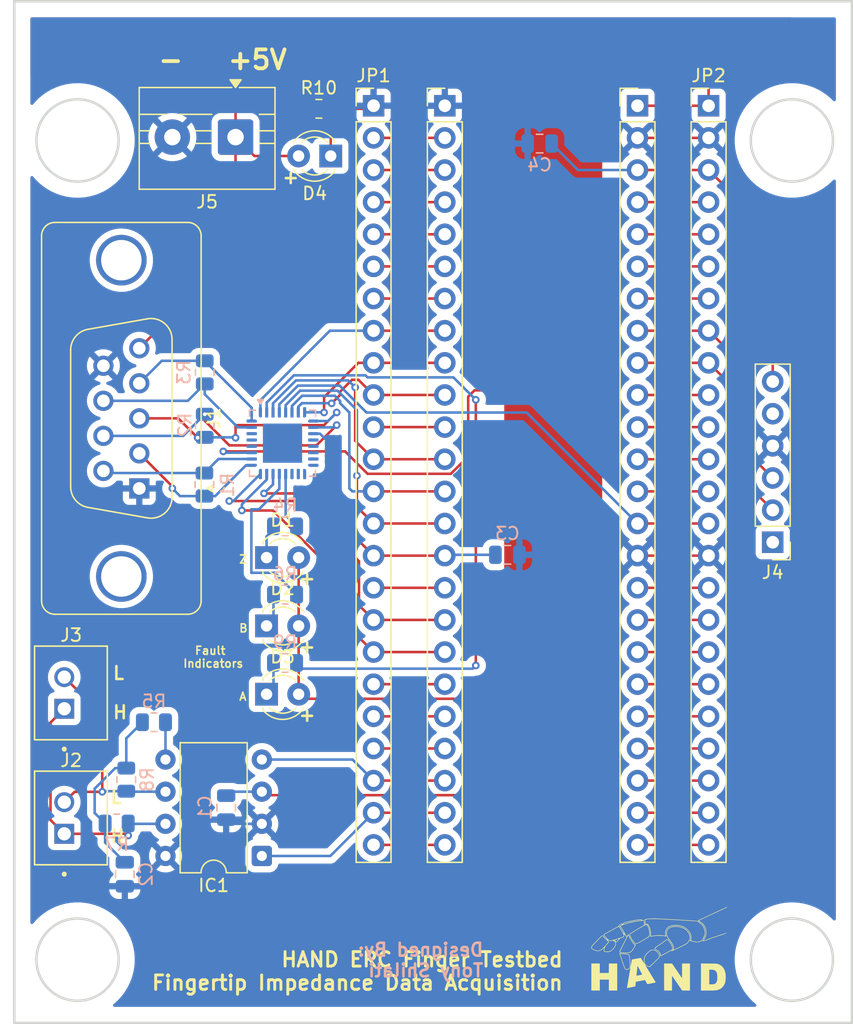
<source format=kicad_pcb>
(kicad_pcb (version 20241229) (generator "pcbnew") (generator_version "9.0")
  (layers (0 "F.Cu" signal) (2 "B.Cu" signal) (13 "F.Paste" user) (15 "B.Paste" user) (5 "F.SilkS" user "F.Silkscreen") (7 "B.SilkS" user "B.Silkscreen") (1 "F.Mask" user) (3 "B.Mask" user) (25 "Edge.Cuts" user))
  (net 0 "")
  (net 1 "GND")
  (net 2 "Net-(D1-K)")
  (net 3 "Net-(D2-K)")
  (net 4 "Net-(D3-K)")
  (net 5 "Net-(U1-A)")
  (net 6 "Net-(U1-~{B})")
  (net 7 "Net-(U1-~{A})")
  (net 8 "Net-(U1-Z)")
  (net 9 "Net-(U1-B)")
  (net 10 "Net-(U1-~{Z})")
  (net 11 "+5V")
  (net 12 "SDA")
  (net 13 "SCL")
  (net 14 "/3v3")
  (net 15 "Net-(U$1-P29{slash}PWM{slash}TX7)")
  (net 16 "SDI")
  (net 17 "Net-(U$1-P28{slash}PWM{slash}RX7)")
  (net 18 "Net-(U$1-P32{slash}OUT1B)")
  (net 19 "AO")
  (net 20 "ZO")
  (net 21 "CS")
  (net 22 "SPI")
  (net 23 "SDO")
  (net 24 "Net-(U$1-P27{slash}SCK1{slash}A13)")
  (net 25 "BO")
  (net 26 "Net-(U$1-TX8{slash}P35)")
  (net 27 "Net-(U$1-CS{slash}PWM{slash}P36)")
  (net 28 "Net-(U$1-BLCK1{slash}RX5{slash}A7{slash}P21)")
  (net 29 "Net-(U$1-SDA1{slash}TX4{slash}A3{slash}P17)")
  (net 30 "Net-(U$1-MCLK2{slash}PWM{slash}P33)")
  (net 31 "Net-(U$1-A17{slash}P41)")
  (net 32 "Net-(U$1-PWM{slash}CTX1{slash}A8{slash}P22)")
  (net 33 "Net-(U$1-IN1{slash}CS1{slash}A14{slash}P38)")
  (net 34 "Net-(U$1-A16{slash}P40)")
  (net 35 "Net-(U$1-OUT1A{slash}MISO1{slash}A15{slash}P39)")
  (net 36 "Net-(U$1-LRCLK1{slash}TX5{slash}A6{slash}P20)")
  (net 37 "Net-(U$1-RX8{slash}P34)")
  (net 38 "CLK")
  (net 39 "Net-(U$1-PWM{slash}MCLK1{slash}CRX1{slash}A9{slash}P23)")
  (net 40 "Net-(U$1-PWM{slash}S{slash}PDIF-IN{slash}RX3{slash}A1{slash}P15)")
  (net 41 "Net-(U$1-CS{slash}PWM{slash}P37)")
  (net 42 "Encoder Fault")
  (net 44 "/CANL3")
  (net 45 "/CANH3")
  (net 46 "Net-(U1-~{ZFAULT})")
  (net 47 "Net-(U1-~{BFAULT})")
  (net 48 "Net-(U1-~{AFAULT})")
  (net 49 "Net-(U$1-P5{slash}PWM{slash}IN2)")
  (net 50 "Net-(U$1-P9{slash}PWM{slash}OUT1C)")
  (net 51 "/CTX2")
  (net 52 "/CRX2")
  (net 53 "/CRX3")
  (net 54 "/CTX3")
  (net 55 "Net-(U$1-P2{slash}PWM{slash}OUT2)")
  (net 56 "Net-(U$1-P3{slash}PWM{slash}LRCLK2)")
  (net 57 "Net-(U$1-P4{slash}PWM{slash}BCLK2)")
  (net 58 "Net-(U$1-P24{slash}PWM{slash}SCL2{slash}TX6{slash}A10)")
  (net 59 "Net-(U$1-PWM{slash}S{slash}PDIF-OUT{slash}TX3{slash}A0{slash}P14)")
  (net 60 "Net-(C2-Pad2)")
  (net 61 "Net-(IC1-SPLIT)")
  (net 64 "Net-(D4-K)")
  (net 65 "Net-(U$1-SCL1{slash}RX4{slash}A2{slash}P16)")
  (footprint "Resistor_SMD:R_0805_2012Metric" (layer "F.Cu") (at 154.5875 53)
    (property "Reference" "R10")
    (property "Value" "150R")
  )
  (footprint "Connector_PinHeader_2.54mm:PinHeader_1x06_P2.54mm_Vertical" (layer "F.Cu") (at 190.483771 89.029001 180)
    (property "Reference" "J4")
    (property "Value" "Conn_01x06")
  )
  (footprint "Connector_Dsub:DSUB-9_Socket_Vertical_P2.77x2.84mm_MountingHoles" (layer "F.Cu") (at 138.51752 77.465021 -90)
    (property "Reference" "J1")
    (property "Value" "DE9_Socket")
  )
  (footprint "Package_DIP:DIP-8_W7.62mm" (layer "F.Cu") (at 150.0783 112.054127 180)
    (property "Reference" "IC1")
    (property "Value" "MCP2561-H_P")
  )
  (footprint "BoardToCable_2PinMale:JST_B2B-XH-A" (layer "F.Cu") (at 134.9783 99.169127 -90)
    (property "Reference" "J3")
    (property "Value" "B2B-XH-A")
  )
  (footprint "Connector_PinHeader_2.54mm:PinHeader_1x24_P2.54mm_Vertical" (layer "F.Cu") (at 158.925663 50.977632)
    (property "Reference" "JP1")
    (property "Value" "PINHD-1X24")
  )
  (footprint "LED_THT:LED_D3.0mm" (layer "F.Cu") (at 155.526326 56.729615 180)
    (property "Reference" "D4")
    (property "Value" "LED")
  )
  (footprint "TerminalBlock:TerminalBlock_MaiXu_MX126-5.0-02P_1x02_P5.00mm" (layer "F.Cu") (at 147.999999 55.237433 180)
    (property "Reference" "J5")
    (property "Value" "Screw_Terminal_01x02")
  )
  (footprint "LED_THT:LED_D3.0mm" (layer "F.Cu") (at 150.450996 88.471292)
    (property "Reference" "D1")
    (property "Value" "LED")
  )
  (footprint "LED_THT:LED_D3.0mm" (layer "F.Cu") (at 150.450996 93.871292)
    (property "Reference" "D2")
    (property "Value" "LED")
  )
  (footprint "Teensy4.1:HAND_Logo" (layer "F.Cu") (at 181.5 119.5)
    (property "Reference" "G***" (hide yes))
    (property "Value" "LOGO" (hide yes))
  )
  (footprint "Connector_PinHeader_2.54mm:PinHeader_1x24_P2.54mm_Vertical" (layer "F.Cu") (at 185.412783 50.977632)
    (property "Reference" "JP2")
    (property "Value" "PINHD-1X24")
  )
  (footprint "BoardToCable_2PinMale:JST_B2B-XH-A" (layer "F.Cu") (at 134.9783 109.051627 -90)
    (property "Reference" "J2")
    (property "Value" "B2B-XH-A")
  )
  (footprint "Teensy4.1:Teensy 4.1" (layer "F.Cu") (at 172.169223 50.977632)
    (property "Reference" "U$1" (hide yes))
    (property "Value" "TEENSY4-1" (hide yes))
  )
  (footprint "LED_THT:LED_D3.0mm" (layer "F.Cu") (at 150.450996 99.271292)
    (property "Reference" "D3")
    (property "Value" "LED")
  )
  (footprint "Resistor_SMD:R_0805_2012Metric" (layer "B.Cu") (at 151.9125 91.4 180)
    (property "Reference" "R6")
    (property "Value" "150R")
  )
  (footprint "Capacitor_SMD:C_0805_2012Metric" (layer "B.Cu") (at 139.239618 113.500424 90)
    (property "Reference" "C2")
    (property "Value" "4700pF")
  )
  (footprint "Capacitor_SMD:C_0805_2012Metric" (layer "B.Cu") (at 147.2583 108.234127 -90)
    (property "Reference" "C1")
    (property "Value" "0.1uF")
  )
  (footprint "Resistor_SMD:R_0805_2012Metric" (layer "B.Cu") (at 139.3583 106.021627 90)
    (property "Reference" "R8")
    (property "Value" "60Ohm")
  )
  (footprint "Capacitor_SMD:C_0805_2012Metric" (layer "B.Cu") (at 169.5 88.25 180)
    (property "Reference" "C3")
    (property "Value" "3.3uF")
  )
  (footprint "Capacitor_SMD:C_0805_2012Metric" (layer "B.Cu") (at 172.05 55.75)
    (property "Reference" "C4")
    (property "Value" "3.3uF")
  )
  (footprint "Resistor_SMD:R_0805_2012Metric" (layer "B.Cu") (at 151.9125 96.8 180)
    (property "Reference" "R9")
    (property "Value" "150R")
  )
  (footprint "Resistor_SMD:R_0805_2012Metric" (layer "B.Cu") (at 145.562635 78.053925 90)
    (property "Reference" "R2")
    (property "Value" "120R")
  )
  (footprint "Resistor_SMD:R_0805_2012Metric" (layer "B.Cu") (at 151.9125 86 180)
    (property "Reference" "R4")
    (property "Value" "150R")
  )
  (footprint "Resistor_SMD:R_0805_2012Metric" (layer "B.Cu") (at 141.5458 101.484127 180)
    (property "Reference" "R5")
    (property "Value" "300Ohm")
  )
  (footprint "Resistor_SMD:R_0805_2012Metric" (layer "B.Cu") (at 145.53738 82.699806 -90)
    (property "Reference" "R1")
    (property "Value" "120R")
  )
  (footprint "Resistor_SMD:R_0805_2012Metric" (layer "B.Cu") (at 138.5958 109.484127)
    (property "Reference" "R7")
    (property "Value" "60Ohm")
  )
  (footprint "Package_DFN_QFN:TQFN-32-1EP_5x5mm_P0.5mm_EP3.1x3.1mm" (layer "B.Cu") (at 151.712927 79.428453 -90)
    (property "Reference" "U1" (hide yes))
    (property "Value" "~" (hide yes))
  )
  (footprint "Resistor_SMD:R_0805_2012Metric" (layer "B.Cu") (at 145.562635 73.828925 -90)
    (property "Reference" "R3")
    (property "Value" "120R")
  )
  (gr_circle (center 192 55.5012) (end 195.2512 55.5012) (stroke (width 0.2)) (fill no) (layer "Edge.Cuts"))
  (gr_circle (center 135.5 120.2488) (end 138.7512 120.2488) (stroke (width 0.2)) (fill no) (layer "Edge.Cuts"))
  (gr_rect (start 130.5 44.5) (end 196.75 125.25) (stroke (width 0.2)) (fill no) (layer "Edge.Cuts"))
  (gr_circle (center 192 120.2488) (end 195.2512 120.2488) (stroke (width 0.2)) (fill no) (layer "Edge.Cuts"))
  (gr_circle (center 135.5 55.5012) (end 138.7512 55.5012) (stroke (width 0.2)) (fill no) (layer "Edge.Cuts"))
  (gr_text "H" (at 138 111.1 0) (layer "F.SilkS") (effects (font (size 1.016 1.016) (thickness 0.2032) (bold yes)) (justify left bottom)))
  (gr_text "Z" (at 148.220296 88.978816 0) (layer "F.SilkS") (effects (font (size 0.635 0.635) (thickness 0.127) (bold yes)) (justify left bottom)))
  (gr_text "H" (at 138.2 101.3 0) (layer "F.SilkS") (effects (font (size 1.016 1.016) (thickness 0.2032) (bold yes)) (justify left bottom)))
  (gr_text "HAND ERC Finger Testbed\nFingertip Impedance Data Acquisition" (at 174 122.75 0) (layer "F.SilkS") (effects (font (size 1.143 1.143) (thickness 0.2286) (bold yes)) (justify right bottom)))
  (gr_text "+" (at 152.9 90.7 0) (layer "F.SilkS") (effects (font (size 1.016 1.016) (thickness 0.2032) (bold yes)) (justify left bottom)))
  (gr_text "+" (at 152.9 96.1 0) (layer "F.SilkS") (effects (font (size 1.016 1.016) (thickness 0.2032) (bold yes)) (justify left bottom)))
  (gr_text "-" (at 141.75 50 0) (layer "F.SilkS") (effects (font (size 1.5 1.5) (thickness 0.3) (bold yes)) (justify left bottom)))
  (gr_text "B" (at 148.220296 94.428816 0) (layer "F.SilkS") (effects (font (size 0.635 0.635) (thickness 0.127) (bold yes)) (justify left bottom)))
  (gr_text "+5V" (at 147.25 50 0) (layer "F.SilkS") (effects (font (size 1.5 1.5) (thickness 0.3) (bold yes)) (justify left bottom)))
  (gr_text "+" (at 151.6 59 0) (layer "F.SilkS") (effects (font (size 1.016 1.016) (thickness 0.2032) (bold yes)) (justify left bottom)))
  (gr_text "A" (at 148.220296 99.828816 0) (layer "F.SilkS") (effects (font (size 0.635 0.635) (thickness 0.127) (bold yes)) (justify left bottom)))
  (gr_text "L" (at 138 108 0) (layer "F.SilkS") (effects (font (size 1.016 1.016) (thickness 0.2032) (bold yes)) (justify left bottom)))
  (gr_text "+" (at 152.9 101.5 0) (layer "F.SilkS") (effects (font (size 1.016 1.016) (thickness 0.2032) (bold yes)) (justify left bottom)))
  (gr_text "Fault \nIndicators" (at 146.237219 97.216212 0) (layer "F.SilkS") (effects (font (size 0.635 0.635) (thickness 0.127) (bold yes)) (justify bottom)))
  (gr_text "L" (at 138.2 98.2 0) (layer "F.SilkS") (effects (font (size 1.016 1.016) (thickness 0.2032) (bold yes)) (justify left bottom)))
  (gr_text "Designed By:\nTony Shilati" (at 167.7 121.7 0) (layer "B.SilkS") (effects (font (size 1.016 1.016) (thickness 0.2032) (bold yes)) (justify left bottom mirror)))
  (segment (start 158.673295 53) (end 158.915663 52.757632) (width 0.2) (layer "F.Cu") (net 1))
  (segment (start 155.5 53) (end 158.673295 53) (width 0.2) (layer "F.Cu") (net 1))
  (segment (start 179.789223 55.297632) (end 185.412783 55.297632) (width 0.2) (layer "F.Cu") (net 1))
  (segment (start 158.915663 52.757632) (end 164.549223 52.757632) (width 0.2) (layer "F.Cu") (net 1))
  (segment (start 179.789223 88.317632) (end 185.412783 88.317632) (width 0.2) (layer "F.Cu") (net 1))
  (segment (start 147.2583 109.184127) (end 146.815873 109.184127) (width 0.2) (layer "B.Cu") (net 1))
  (segment (start 147.5883 109.514127) (end 147.2583 109.184127) (width 0.2) (layer "B.Cu") (net 1))
  (segment (start 150.0783 109.514127) (end 147.5883 109.514127) (width 0.2) (layer "B.Cu") (net 1))
  (segment (start 154.150427 78.678453) (end 154.678453 78.678453) (width 0.2) (layer "B.Cu") (net 1))
  (segment (start 179.721591 88.25) (end 179.789223 88.317632) (width 0.2) (layer "B.Cu") (net 1))
  (segment (start 154.678453 78.678453) (end 155.25 79.25) (width 0.2) (layer "B.Cu") (net 1))
  (segment (start 150.450996 86.799004) (end 150.450996 88.471292) (width 0.2) (layer "B.Cu") (net 2))
  (segment (start 151 86) (end 151 86.25) (width 0.2) (layer "B.Cu") (net 2))
  (segment (start 151 86.25) (end 150.450996 86.799004) (width 0.2) (layer "B.Cu") (net 2))
  (segment (start 151 93.322288) (end 150.450996 93.871292) (width 0.2) (layer "B.Cu") (net 3))
  (segment (start 151 91.4) (end 151 93.322288) (width 0.2) (layer "B.Cu") (net 3))
  (segment (start 151 96.8) (end 151 98.722288) (width 0.2) (layer "B.Cu") (net 4))
  (segment (start 151 98.722288) (end 150.450996 99.271292) (width 0.2) (layer "B.Cu") (net 4))
  (segment (start 149.275427 76.629217) (end 145.562635 72.916425) (width 0.2) (layer "B.Cu") (net 5))
  (segment (start 145.562635 72.916425) (end 142.166116 72.916425) (width 0.2) (layer "B.Cu") (net 5))
  (segment (start 149.275427 77.678453) (end 149.275427 76.629217) (width 0.2) (layer "B.Cu") (net 5))
  (segment (start 142.166116 72.916425) (end 140.38752 74.695021) (width 0.2) (layer "B.Cu") (net 5))
  (segment (start 145.562635 77.141425) (end 145.562635 77.653925) (width 0.2) (layer "F.Cu") (net 6))
  (segment (start 147.50971 79.601) (end 154.399 79.601) (width 0.2) (layer "F.Cu") (net 6))
  (segment (start 145.562635 77.653925) (end 147.50971 79.601) (width 0.2) (layer "F.Cu") (net 6))
  (segment (start 154.399 79.601) (end 156 78) (width 0.2) (layer "F.Cu") (net 6))
  (via (at 156 78) (size 0.6) (drill 0.3) (layers "F.Cu" "B.Cu") (net 6))
  (via (at 145.562635 77.141425) (size 0.6) (drill 0.3) (layers "F.Cu" "B.Cu") (net 6))
  (segment (start 145.562635 77.141425) (end 143.854039 78.850021) (width 0.2) (layer "B.Cu") (net 6))
  (segment (start 156 78) (end 155.821547 78.178453) (width 0.2) (layer "B.Cu") (net 6))
  (segment (start 143.854039 78.850021) (end 137.54752 78.850021) (width 0.2) (layer "B.Cu") (net 6))
  (segment (start 145.562635 77.141425) (end 145.70406 77) (width 0.2) (layer "B.Cu") (net 6))
  (segment (start 155.821547 78.178453) (end 154.150427 78.178453) (width 0.2) (layer "B.Cu") (net 6))
  (segment (start 145.562635 74.741425) (end 144.224039 76.080021) (width 0.2) (layer "B.Cu") (net 7))
  (segment (start 145.562635 75.562635) (end 145.562635 74.741425) (width 0.2) (layer "B.Cu") (net 7))
  (segment (start 144.224039 76.080021) (end 137.54752 76.080021) (width 0.2) (layer "B.Cu") (net 7))
  (segment (start 148.178453 78.178453) (end 145.562635 75.562635) (width 0.2) (layer "B.Cu") (net 7))
  (segment (start 149.275427 78.178453) (end 148.178453 78.178453) (width 0.2) (layer "B.Cu") (net 7))
  (segment (start 143 83) (end 143 82.847501) (width 0.2) (layer "F.Cu") (net 8))
  (segment (start 143 82.847501) (end 140.38752 80.235021) (width 0.2) (layer "F.Cu") (net 8))
  (via (at 143 83) (size 0.6) (drill 0.3) (layers "F.Cu" "B.Cu") (net 8))
  (segment (start 148.821547 81.178453) (end 149.275427 81.178453) (width 0.2) (layer "B.Cu") (net 8))
  (segment (start 143.612306 83.612306) (end 143 83) (width 0.2) (layer "B.Cu") (net 8))
  (segment (start 145.53738 83.612306) (end 146.387694 83.612306) (width 0.2) (layer "B.Cu") (net 8))
  (segment (start 145.53738 83.612306) (end 145.078805 83.153731) (width 0.2) (layer "B.Cu") (net 8))
  (segment (start 145.53738 83.612306) (end 143.612306 83.612306) (width 0.2) (layer "B.Cu") (net 8))
  (segment (start 146.387694 83.612306) (end 148.821547 81.178453) (width 0.2) (layer "B.Cu") (net 8))
  (segment (start 145.174408 83.975278) (end 145.53738 83.612306) (width 0.2) (layer "B.Cu") (net 8))
  (segment (start 143.465021 77.465021) (end 140.38752 77.465021) (width 0.2) (layer "F.Cu") (net 9))
  (segment (start 156 77) (end 155 78) (width 0.2) (layer "F.Cu") (net 9))
  (segment (start 148 78) (end 148 79) (width 0.2) (layer "F.Cu") (net 9))
  (segment (start 145 79) (end 143.465021 77.465021) (width 0.2) (layer "F.Cu") (net 9))
  (segment (start 155 78) (end 148 78) (width 0.2) (layer "F.Cu") (net 9))
  (via (at 145 79) (size 0.6) (drill 0.3) (layers "F.Cu" "B.Cu") (net 9))
  (via (at 156 77) (size 0.6) (drill 0.3) (layers "F.Cu" "B.Cu") (net 9))
  (via (at 148 79) (size 0.6) (drill 0.3) (layers "F.Cu" "B.Cu") (net 9))
  (segment (start 145.033575 78.966425) (end 145 79) (width 0.2) (layer "B.Cu") (net 9))
  (segment (start 147.966425 78.966425) (end 145.562635 78.966425) (width 0.2) (layer "B.Cu") (net 9))
  (segment (start 155.321547 77.678453) (end 156 77) (width 0.2) (layer "B.Cu") (net 9))
  (segment (start 154.150427 77.678453) (end 155.321547 77.678453) (width 0.2) (layer "B.Cu") (net 9))
  (segment (start 148 79) (end 147.966425 78.966425) (width 0.2) (layer "B.Cu") (net 9))
  (segment (start 145.562635 78.966425) (end 145.033575 78.966425) (width 0.2) (layer "B.Cu") (net 9))
  (segment (start 146.646233 80.678453) (end 149.275427 80.678453) (width 0.2) (layer "B.Cu") (net 10))
  (segment (start 145.53738 81.787306) (end 146.646233 80.678453) (width 0.2) (layer "B.Cu") (net 10))
  (segment (start 145.53738 81.787306) (end 137.714805 81.787306) (width 0.2) (layer "B.Cu") (net 10))
  (segment (start 137.714805 81.787306) (end 137.54752 81.620021) (width 0.2) (layer "B.Cu") (net 10))
  (segment (start 152.990996 99.271292) (end 153.348336 99.628632) (width 0.2) (layer "F.Cu") (net 11))
  (segment (start 153.348336 99.628632) (end 169.621368 99.628632) (width 0.2) (layer "F.Cu") (net 11))
  (segment (start 165.025983 81.848632) (end 166.399 80.475615) (width 0.2) (layer "F.Cu") (net 11))
  (segment (start 152.990996 93.871292) (end 152.990996 88.471292) (width 0.2) (layer "F.Cu") (net 11))
  (segment (start 150.354173 107.25) (end 169.5 107.25) (width 0.2) (layer "F.Cu") (net 11))
  (segment (start 179.789223 52.757632) (end 185.412783 52.757632) (width 0.2) (layer "F.Cu") (net 11))
  (segment (start 166.900057 75.25) (end 169.5 75.25) (width 0.2) (layer "F.Cu") (net 11))
  (segment (start 166.399 80.475615) (end 166.399 75.751057) (width 0.2) (layer "F.Cu") (net 11))
  (segment (start 152.986326 56.729615) (end 149.492181 56.729615) (width 0.2) (layer "F.Cu") (net 11))
  (segment (start 147.999999 55.237433) (end 148 49.25) (width 0.2) (layer "F.Cu") (net 11))
  (segment (start 156.668724 80.078453) (end 158.438903 81.848632) (width 0.2) (layer "F.Cu") (net 11))
  (segment (start 150.0783 106.974127) (end 150.354173 107.25) (width 0.2) (layer "F.Cu") (net 11))
  (segment (start 149.492181 56.729615) (end 147.999999 55.237433) (width 0.2) (layer "F.Cu") (net 11))
  (segment (start 147.028252 80.078453) (end 156.668724 80.078453) (width 0.2) (layer "F.Cu") (net 11))
  (segment (start 147.999999 64.312542) (end 147.999999 55.237433) (width 0.2) (layer "F.Cu") (net 11))
  (segment (start 140.38752 71.925021) (end 147.999999 64.312542) (width 0.2) (layer "F.Cu") (net 11))
  (segment (start 185.412783 52.757632) (end 185.412783 48.662783) (width 0.2) (layer "F.Cu") (net 11))
  (segment (start 166.399 75.751057) (end 166.900057 75.25) (width 0.2) (layer "F.Cu") (net 11))
  (segment (start 158.438903 81.848632) (end 165.025983 81.848632) (width 0.2) (layer "F.Cu") (net 11))
  (segment (start 152.990996 99.271292) (end 152.990996 93.871292) (width 0.2) (layer "F.Cu") (net 11))
  (via (at 147.028252 80.078453) (size 0.6) (drill 0.3) (layers "F.Cu" "B.Cu") (net 11))
  (segment (start 150.0783 106.974127) (end 147.5683 106.974127) (width 0.2) (layer "B.Cu") (net 11))
  (segment (start 147.5683 106.974127) (end 147.2583 107.284127) (width 0.2) (layer "B.Cu") (net 11))
  (segment (start 147.128252 80.178453) (end 147.028252 80.078453) (width 0.2) (layer "B.Cu") (net 11))
  (segment (start 149.275427 80.178453) (end 147.128252 80.178453) (width 0.2) (layer "B.Cu") (net 11))
  (segment (start 187.497367 75.162216) (end 185.412783 73.077632) (width 0.2) (layer "F.Cu") (net 12))
  (segment (start 179.789223 73.077632) (end 185.412783 73.077632) (width 0.2) (layer "F.Cu") (net 12))
  (segment (start 187.497367 81.732597) (end 187.497367 75.162216) (width 0.2) (layer "F.Cu") (net 12))
  (segment (start 190.483771 84.719001) (end 187.497367 81.732597) (width 0.2) (layer "F.Cu") (net 12))
  (segment (start 190.483771 82.179001) (end 188.497367 80.192597) (width 0.2) (layer "F.Cu") (net 13))
  (segment (start 179.789223 70.537632) (end 185.412783 70.537632) (width 0.2) (layer "F.Cu") (net 13))
  (segment (start 188.497367 80.192597) (end 188.497367 73.622216) (width 0.2) (layer "F.Cu") (net 13))
  (segment (start 188.497367 73.622216) (end 185.412783 70.537632) (width 0.2) (layer "F.Cu") (net 13))
  (segment (start 150.25 83.4) (end 153.998031 83.4) (width 0.2) (layer "F.Cu") (net 14))
  (segment (start 185.412783 57.837632) (end 190.483771 62.90862) (width 0.2) (layer "F.Cu") (net 14))
  (segment (start 190.483771 62.90862) (end 190.483771 74.559001) (width 0.2) (layer "F.Cu") (net 14))
  (segment (start 158.915663 88.317632) (end 164.549223 88.317632) (width 0.2) (layer "F.Cu") (net 14))
  (segment (start 153.998031 83.4) (end 158.915663 88.317632) (width 0.2) (layer "F.Cu") (net 14))
  (segment (start 179.789223 57.837632) (end 185.412783 57.837632) (width 0.2) (layer "F.Cu") (net 14))
  (via (at 150.25 83.4) (size 0.6) (drill 0.3) (layers "F.Cu" "B.Cu") (net 14))
  (segment (start 175.087632 57.837632) (end 179.789223 57.837632) (width 0.2) (layer "B.Cu") (net 14))
  (segment (start 173 55.75) (end 175.087632 57.837632) (width 0.2) (layer "B.Cu") (net 14))
  (segment (start 150.962927 81.865953) (end 150.962927 82.687073) (width 0.2) (layer "B.Cu") (net 14))
  (segment (start 150.962927 82.687073) (end 150.25 83.4) (width 0.2) (layer "B.Cu") (net 14))
  (segment (start 164.616855 88.25) (end 164.549223 88.317632) (width 0.2) (layer "B.Cu") (net 14))
  (segment (start 168.55 88.25) (end 164.616855 88.25) (width 0.2) (layer "B.Cu") (net 14))
  (segment (start 158.915663 103.557632) (end 164.549223 103.557632) (width 0.2) (layer "F.Cu") (net 15))
  (segment (start 158.915663 83.237632) (end 164.549223 83.237632) (width 0.2) (layer "F.Cu") (net 16))
  (segment (start 157 77) (end 157 83) (width 0.2) (layer "B.Cu") (net 16))
  (segment (start 157.237632 83.237632) (end 158.915663 83.237632) (width 0.2) (layer "B.Cu") (net 16))
  (segment (start 156.267453 76.267453) (end 157 77) (width 0.2) (layer "B.Cu") (net 16))
  (segment (start 157 83) (end 157.237632 83.237632) (width 0.2) (layer "B.Cu") (net 16))
  (segment (start 152.462927 76.990953) (end 152.462927 76.483681) (width 0.2) (layer "B.Cu") (net 16))
  (segment (start 156.267453 76.097298) (end 156.267453 76.267453) (width 0.2) (layer "B.Cu") (net 16))
  (segment (start 152.462927 76.483681) (end 153.26782 75.678788) (width 0.2) (layer "B.Cu") (net 16))
  (segment (start 153.26782 75.678788) (end 155.848943 75.678788) (width 0.2) (layer "B.Cu") (net 16))
  (segment (start 155.848943 75.678788) (end 156.267453 76.097298) (width 0.2) (layer "B.Cu") (net 16))
  (segment (start 158.915663 101.017632) (end 164.549223 101.017632) (width 0.2) (layer "F.Cu") (net 17))
  (segment (start 158.915663 111.177632) (end 164.549223 111.177632) (width 0.2) (layer "F.Cu") (net 18))
  (segment (start 158.915663 70.537632) (end 164.549223 70.537632) (width 0.2) (layer "F.Cu") (net 19))
  (segment (start 149.962927 76.037073) (end 155.462368 70.537632) (width 0.2) (layer "B.Cu") (net 19))
  (segment (start 149.962927 76.990953) (end 149.962927 76.037073) (width 0.2) (layer "B.Cu") (net 19))
  (segment (start 155.462368 70.537632) (end 158.915663 70.537632) (width 0.2) (layer "B.Cu") (net 19))
  (segment (start 158.915663 93.397632) (end 164.549223 93.397632) (width 0.2) (layer "F.Cu") (net 20))
  (segment (start 157.764663 88.764663) (end 157.764663 92.246632) (width 0.2) (layer "F.Cu") (net 20))
  (segment (start 157.764663 92.246632) (end 158.915663 93.397632) (width 0.2) (layer "F.Cu") (net 20))
  (segment (start 147.5 84) (end 153 84) (width 0.2) (layer "F.Cu") (net 20))
  (segment (start 153 84) (end 157.764663 88.764663) (width 0.2) (layer "F.Cu") (net 20))
  (via (at 147.5 84) (size 0.6) (drill 0.3) (layers "F.Cu" "B.Cu") (net 20))
  (segment (start 149.962927 81.865953) (end 147.82888 84) (width 0.2) (layer "B.Cu") (net 20))
  (segment (start 147.82888 84) (end 147.5 84) (width 0.2) (layer "B.Cu") (net 20))
  (segment (start 157.734015 79.515985) (end 158.915663 80.697632) (width 0.2) (layer "F.Cu") (net 21))
  (segment (start 157.45907 75.017632) (end 157.45907 79.24104) (width 0.2) (layer "F.Cu") (net 21))
  (segment (start 157.45907 79.24104) (end 157.734015 79.515985) (width 0.2) (layer "F.Cu") (net 21))
  (segment (start 158.915663 80.697632) (end 164.549223 80.697632) (width 0.2) (layer "F.Cu") (net 21))
  (via (at 157.45907 75.017632) (size 0.6) (drill 0.3) (layers "F.Cu" "B.Cu") (net 21))
  (segment (start 150.962927 76.282381) (end 152.778676 74.466632) (width 0.2) (layer "B.Cu") (net 21))
  (segment (start 156.90807 74.466632) (end 157.45907 75.017632) (width 0.2) (layer "B.Cu") (net 21))
  (segment (start 152.778676 74.466632) (end 156.90807 74.466632) (width 0.2) (layer "B.Cu") (net 21))
  (segment (start 150.962927 76.5) (end 150.962927 76.361355) (width 0.2) (layer "B.Cu") (net 21))
  (segment (start 150.962927 76.5) (end 150.962927 76.282381) (width 0.2) (layer "B.Cu") (net 21))
  (segment (start 150.962927 76.990953) (end 150.962927 76.5) (width 0.2) (layer "B.Cu") (net 21))
  (segment (start 158.915663 95.937632) (end 164.549223 95.937632) (width 0.2) (layer "F.Cu") (net 22))
  (segment (start 148.5 84.75) (end 150.968175 84.75) (width 0.2) (layer "F.Cu") (net 22))
  (segment (start 157.25 94.271969) (end 158.915663 95.937632) (width 0.2) (layer "F.Cu") (net 22))
  (segment (start 150.968175 84.75) (end 157.25 91.031825) (width 0.2) (layer "F.Cu") (net 22))
  (segment (start 157.25 91.031825) (end 157.25 94.271969) (width 0.2) (layer "F.Cu") (net 22))
  (via (at 148.5 84.75) (size 0.6) (drill 0.3) (layers "F.Cu" "B.Cu") (net 22))
  (segment (start 150.462927 81.865953) (end 150.462927 82.306125) (width 0.2) (layer "B.Cu") (net 22))
  (segment (start 150.462927 82.306125) (end 148.5 84.269052) (width 0.2) (layer "B.Cu") (net 22))
  (segment (start 148.5 84.269052) (end 148.5 84.75) (width 0.2) (layer "B.Cu") (net 22))
  (segment (start 157.6 82) (end 157.6 84.461969) (width 0.2) (layer "F.Cu") (net 23))
  (segment (start 157.6 84.461969) (end 158.915663 85.777632) (width 0.2) (layer "F.Cu") (net 23))
  (segment (start 158.915663 85.777632) (end 164.549223 85.777632) (width 0.2) (layer "F.Cu") (net 23))
  (via (at 157.6 82) (size 0.6) (drill 0.3) (layers "F.Cu" "B.Cu") (net 23))
  (segment (start 156.061727 75.277788) (end 157.6 76.816061) (width 0.2) (layer "B.Cu") (net 23))
  (segment (start 151.962927 76.416581) (end 153.10172 75.277788) (width 0.2) (layer "B.Cu") (net 23))
  (segment (start 153.10172 75.277788) (end 156.061727 75.277788) (width 0.2) (layer "B.Cu") (net 23))
  (segment (start 157.6 76.816061) (end 157.6 82) (width 0.2) (layer "B.Cu") (net 23))
  (segment (start 151.962927 76.990953) (end 151.962927 76.416581) (width 0.2) (layer "B.Cu") (net 23))
  (segment (start 158.915663 98.477632) (end 164.549223 98.477632) (width 0.2) (layer "F.Cu") (net 24))
  (segment (start 155 75.791214) (end 157.713582 73.077632) (width 0.2) (layer "F.Cu") (net 25))
  (segment (start 155 77) (end 155 75.791214) (width 0.2) (layer "F.Cu") (net 25))
  (segment (start 157.713582 73.077632) (end 158.915663 73.077632) (width 0.2) (layer "F.Cu") (net 25))
  (segment (start 158.915663 73.077632) (end 164.549223 73.077632) (width 0.2) (layer "F.Cu") (net 25))
  (via (at 155 77) (size 0.6) (drill 0.3) (layers "F.Cu" "B.Cu") (net 25))
  (segment (start 153.462927 76.990953) (end 154.990953 76.990953) (width 0.2) (layer "B.Cu") (net 25))
  (segment (start 154.990953 76.990953) (end 155 77) (width 0.2) (layer "B.Cu") (net 25))
  (segment (start 179.789223 106.097632) (end 185.412783 106.097632) (width 0.2) (layer "F.Cu") (net 26))
  (segment (start 179.789223 103.557632) (end 185.412783 103.557632) (width 0.2) (layer "F.Cu") (net 27))
  (segment (start 179.789223 65.457632) (end 185.412783 65.457632) (width 0.2) (layer "F.Cu") (net 28))
  (segment (start 179.789223 75.617632) (end 185.412783 75.617632) (width 0.2) (layer "F.Cu") (net 29))
  (segment (start 179.789223 111.177632) (end 185.412783 111.177632) (width 0.2) (layer "F.Cu") (net 30))
  (segment (start 179.789223 90.857632) (end 185.412783 90.857632) (width 0.2) (layer "F.Cu") (net 31))
  (segment (start 179.789223 62.917632) (end 185.412783 62.917632) (width 0.2) (layer "F.Cu") (net 32))
  (segment (start 179.789223 98.477632) (end 185.412783 98.477632) (width 0.2) (layer "F.Cu") (net 33))
  (segment (start 179.789223 93.397632) (end 185.412783 93.397632) (width 0.2) (layer "F.Cu") (net 34))
  (segment (start 179.789223 95.937632) (end 185.412783 95.937632) (width 0.2) (layer "F.Cu") (net 35))
  (segment (start 179.789223 67.997632) (end 185.412783 67.997632) (width 0.2) (layer "F.Cu") (net 36))
  (segment (start 179.789223 108.637632) (end 185.412783 108.637632) (width 0.2) (layer "F.Cu") (net 37))
  (segment (start 179.789223 85.777632) (end 185.412783 85.777632) (width 0.2) (layer "F.Cu") (net 38))
  (segment (start 151.462927 76.990953) (end 151.462927 76.349481) (width 0.2) (layer "B.Cu") (net 38))
  (segment (start 151.462927 76.349481) (end 152.93562 74.876788) (width 0.2) (layer "B.Cu") (net 38))
  (segment (start 158.357671 77.006632) (end 171.018223 77.006632) (width 0.2) (layer "B.Cu") (net 38))
  (segment (start 171.018223 77.006632) (end 179.789223 85.777632) (width 0.2) (layer "B.Cu") (net 38))
  (segment (start 152.93562 74.876788) (end 156.227827 74.876788) (width 0.2) (layer "B.Cu") (net 38))
  (segment (start 156.227827 74.876788) (end 158.357671 77.006632) (width 0.2) (layer "B.Cu") (net 38))
  (segment (start 179.789223 60.377632) (end 185.412783 60.377632) (width 0.2) (layer "F.Cu") (net 39))
  (segment (start 179.789223 80.697632) (end 185.412783 80.697632) (width 0.2) (layer "F.Cu") (net 40))
  (segment (start 179.789223 101.017632) (end 185.412783 101.017632) (width 0.2) (layer "F.Cu") (net 41))
  (segment (start 155.6 76.279788) (end 156.262156 75.617632) (width 0.2) (layer "F.Cu") (net 42))
  (segment (start 157.714663 74.416632) (end 158.915663 75.617632) (width 0.2) (layer "F.Cu") (net 42))
  (segment (start 156.262156 75.364603) (end 157.210127 74.416632) (width 0.2) (layer "F.Cu") (net 42))
  (segment (start 156.262156 75.617632) (end 156.262156 75.364603) (width 0.2) (layer "F.Cu") (net 42))
  (segment (start 158.915663 75.617632) (end 164.549223 75.617632) (width 0.2) (layer "F.Cu") (net 42))
  (segment (start 157.210127 74.416632) (end 157.714663 74.416632) (width 0.2) (layer "F.Cu") (net 42))
  (via (at 155.6 76.279788) (size 0.6) (drill 0.3) (layers "F.Cu" "B.Cu") (net 42))
  (segment (start 155.587665 76.267453) (end 155.6 76.279788) (width 0.2) (layer "B.Cu") (net 42))
  (segment (start 152.962927 76.990953) (end 152.962927 76.550781) (width 0.2) (layer "B.Cu") (net 42))
  (segment (start 152.962927 76.550781) (end 153.246255 76.267453) (width 0.2) (layer "B.Cu") (net 42))
  (segment (start 153.246255 76.267453) (end 155.587665 76.267453) (width 0.2) (layer "B.Cu") (net 42))
  (segment (start 137.4583 106.984127) (end 137.4583 100.924127) (width 0.2) (layer "F.Cu") (net 44))
  (segment (start 137.4583 100.924127) (end 134.4533 97.919127) (width 0.2) (layer "F.Cu") (net 44))
  (segment (start 137.4583 106.984127) (end 135.2708 106.984127) (width 0.2) (layer "F.Cu") (net 44))
  (segment (start 135.2708 106.984127) (end 134.4533 107.801627) (width 0.2) (layer "F.Cu") (net 44))
  (via (at 137.4583 106.984127) (size 0.6) (drill 0.3) (layers "F.Cu" "B.Cu") (net 44))
  (segment (start 137.5083 106.934127) (end 137.4583 106.984127) (width 0.2) (layer "B.Cu") (net 44))
  (segment (start 139.3983 106.974127) (end 139.3583 106.934127) (width 0.2) (layer "B.Cu") (net 44))
  (segment (start 142.4583 106.974127) (end 139.3983 106.974127) (width 0.2) (layer "B.Cu") (net 44))
  (segment (start 139.3583 106.934127) (end 137.5083 106.934127) (width 0.2) (layer "B.Cu") (net 44))
  (segment (start 133.3648 109.213127) (end 133.3648 101.507627) (width 0.2) (layer "F.Cu") (net 45))
  (segment (start 134.4533 110.301627) (end 133.3648 109.213127) (width 0.2) (layer "F.Cu") (net 45))
  (segment (start 133.3648 101.507627) (end 134.4533 100.419127) (width 0.2) (layer "F.Cu") (net 45))
  (segment (start 139.5083 110.434127) (end 139.3758 110.301627) (width 0.2) (layer "F.Cu") (net 45))
  (segment (start 139.3758 110.301627) (end 134.4533 110.301627) (width 0.2) (layer "F.Cu") (net 45))
  (via (at 139.5083 110.434127) (size 0.6) (drill 0.3) (layers "F.Cu" "B.Cu") (net 45))
  (segment (start 139.5383 109.514127) (end 139.5083 109.484127) (width 0.2) (layer "B.Cu") (net 45))
  (segment (start 142.4583 109.514127) (end 139.5383 109.514127) (width 0.2) (layer "B.Cu") (net 45))
  (segment (start 139.5083 109.484127) (end 139.5083 110.434127) (width 0.2) (layer "B.Cu") (net 45))
  (segment (start 151.962927 81.865953) (end 151.962927 85.137927) (width 0.2) (layer "B.Cu") (net 46))
  (segment (start 151.962927 85.137927) (end 152.825 86) (width 0.2) (layer "B.Cu") (net 46))
  (segment (start 151.462927 81.865953) (end 151.462927 83.037016) (width 0.2) (layer "B.Cu") (net 47))
  (segment (start 149.844761 84.655182) (end 149.249996 84.655182) (width 0.2) (layer "B.Cu") (net 47))
  (segment (start 149.249996 84.655182) (end 149.249996 89.672292) (width 0.2) (layer "B.Cu") (net 47))
  (segment (start 151.462927 83.037016) (end 149.844761 84.655182) (width 0.2) (layer "B.Cu") (net 47))
  (segment (start 149.249996 89.672292) (end 151.097292 89.672292) (width 0.2) (layer "B.Cu") (net 47))
  (segment (start 151.097292 89.672292) (end 152.825 91.4) (width 0.2) (layer "B.Cu") (net 47))
  (segment (start 167 76) (end 167 97) (width 0.2) (layer "F.Cu") (net 48))
  (via (at 167 97) (size 0.6) (drill 0.3) (layers "F.Cu" "B.Cu") (net 48))
  (via (at 167 76) (size 0.6) (drill 0.3) (layers "F.Cu" "B.Cu") (net 48))
  (segment (start 152.825 96.8) (end 153.275 97.25) (width 0.2) (layer "B.Cu") (net 48))
  (segment (start 166.75 97.25) (end 167 97) (width 0.2) (layer "B.Cu") (net 48))
  (segment (start 150.462927 76.215281) (end 152.612576 74.065632) (width 0.2) (layer "B.Cu") (net 48))
  (segment (start 158.438903 74.228632) (end 165.228632 74.228632) (width 0.2) (layer "B.Cu") (net 48))
  (segment (start 153.275 97.25) (end 166.75 97.25) (width 0.2) (layer "B.Cu") (net 48))
  (segment (start 152.612576 74.065632) (end 158.275903 74.065632) (width 0.2) (layer "B.Cu") (net 48))
  (segment (start 150.462927 76.990953) (end 150.462927 76.215281) (width 0.2) (layer "B.Cu") (net 48))
  (segment (start 158.275903 74.065632) (end 158.438903 74.228632) (width 0.2) (layer "B.Cu") (net 48))
  (segment (start 165.228632 74.228632) (end 167 76) (width 0.2) (layer "B.Cu") (net 48))
  (segment (start 158.915663 67.997632) (end 164.549223 67.997632) (width 0.2) (layer "F.Cu") (net 49))
  (segment (start 158.915663 78.157632) (end 164.549223 78.157632) (width 0.2) (layer "F.Cu") (net 50))
  (segment (start 158.915663 57.837632) (end 164.549223 57.837632) (width 0.2) (layer "F.Cu") (net 51))
  (segment (start 158.915663 55.297632) (end 164.549223 55.297632) (width 0.2) (layer "F.Cu") (net 52))
  (segment (start 158.915663 106.097632) (end 164.549223 106.097632) (width 0.2) (layer "F.Cu") (net 53))
  (segment (start 157.252158 104.434127) (end 158.915663 106.097632) (width 0.2) (layer "B.Cu") (net 53))
  (segment (start 150.0783 104.434127) (end 157.252158 104.434127) (width 0.2) (layer "B.Cu") (net 53))
  (segment (start 158.915663 108.637632) (end 164.549223 108.637632) (width 0.2) (layer "F.Cu") (net 54))
  (segment (start 155.499168 112.054127) (end 158.915663 108.637632) (width 0.2) (layer "B.Cu") (net 54))
  (segment (start 150.0783 112.054127) (end 155.499168 112.054127) (width 0.2) (layer "B.Cu") (net 54))
  (segment (start 158.915663 60.377632) (end 164.549223 60.377632) (width 0.2) (layer "F.Cu") (net 55))
  (segment (start 158.915663 62.917632) (end 164.549223 62.917632) (width 0.2) (layer "F.Cu") (net 56))
  (segment (start 158.915663 65.457632) (end 164.549223 65.457632) (width 0.2) (layer "F.Cu") (net 57))
  (segment (start 158.915663 90.857632) (end 164.549223 90.857632) (width 0.2) (layer "F.Cu") (net 58))
  (segment (start 179.789223 83.237632) (end 185.412783 83.237632) (width 0.2) (layer "F.Cu") (net 59))
  (segment (start 137.6833 110.994106) (end 139.239618 112.550424) (width 0.2) (layer "B.Cu") (net 60))
  (segment (start 137.6833 109.484127) (end 137.6833 110.994106) (width 0.2) (layer "B.Cu") (net 60))
  (segment (start 139.3583 105.109127) (end 139.3583 102.759127) (width 0.2) (layer "B.Cu") (net 60))
  (segment (start 136.8573 106.735184) (end 138.483357 105.109127) (width 0.2) (layer "B.Cu") (net 60))
  (segment (start 136.8573 108.658127) (end 136.8573 106.735184) (width 0.2) (layer "B.Cu") (net 60))
  (segment (start 137.6833 109.484127) (end 136.8573 108.658127) (width 0.2) (layer "B.Cu") (net 60))
  (segment (start 139.3583 102.759127) (end 140.6333 101.484127) (width 0.2) (layer "B.Cu") (net 60))
  (segment (start 138.483357 105.109127) (end 139.3583 105.109127) (width 0.2) (layer "B.Cu") (net 60))
  (segment (start 142.4583 104.434127) (end 142.4583 101.484127) (width 0.2) (layer "B.Cu") (net 61))
  (segment (start 155.526326 56.729615) (end 155.526326 54.851326) (width 0.2) (layer "F.Cu") (net 64))
  (segment (start 155.526326 54.851326) (end 153.675 53) (width 0.2) (layer "F.Cu") (net 64))
  (segment (start 153.5 53.175) (end 153.675 53) (width 0.2) (layer "F.Cu") (net 64))
  (segment (start 179.789223 78.157632) (end 185.412783 78.157632) (width 0.2) (layer "F.Cu") (net 65))
  (zone (net 11) (net_name "+5V") (layer "F.Cu") (priority 2) (connect_pads (clearance 0.5)) (min_thickness 0.25) (fill yes (thermal_gap 0.5) (thermal_bridge_width 0.5))
    (polygon (pts (xy 169.25 45.75) (xy 169.25 113) (xy 177 113) (xy 177 45.75)))
  )
  (zone (net 11) (net_name "+5V") (layer "F.Cu") (connect_pads (clearance 0.5)) (min_thickness 0.25) (fill yes (thermal_gap 0.5) (thermal_bridge_width 0.5))
    (polygon (pts (xy 131.5 45.75) (xy 192 45.75) (xy 192 50.5) (xy 131.5 50.5)))
  )
  (zone (net 1) (net_name "GND") (layer "B.Cu") (priority 1) (connect_pads (clearance 0.5)) (min_thickness 0.25) (fill yes (thermal_gap 0.5) (thermal_bridge_width 0.5))
    (polygon (pts (xy 131.5 45.75) (xy 131.5 124) (xy 196 124) (xy 196 45.75)))
  )
)
</source>
